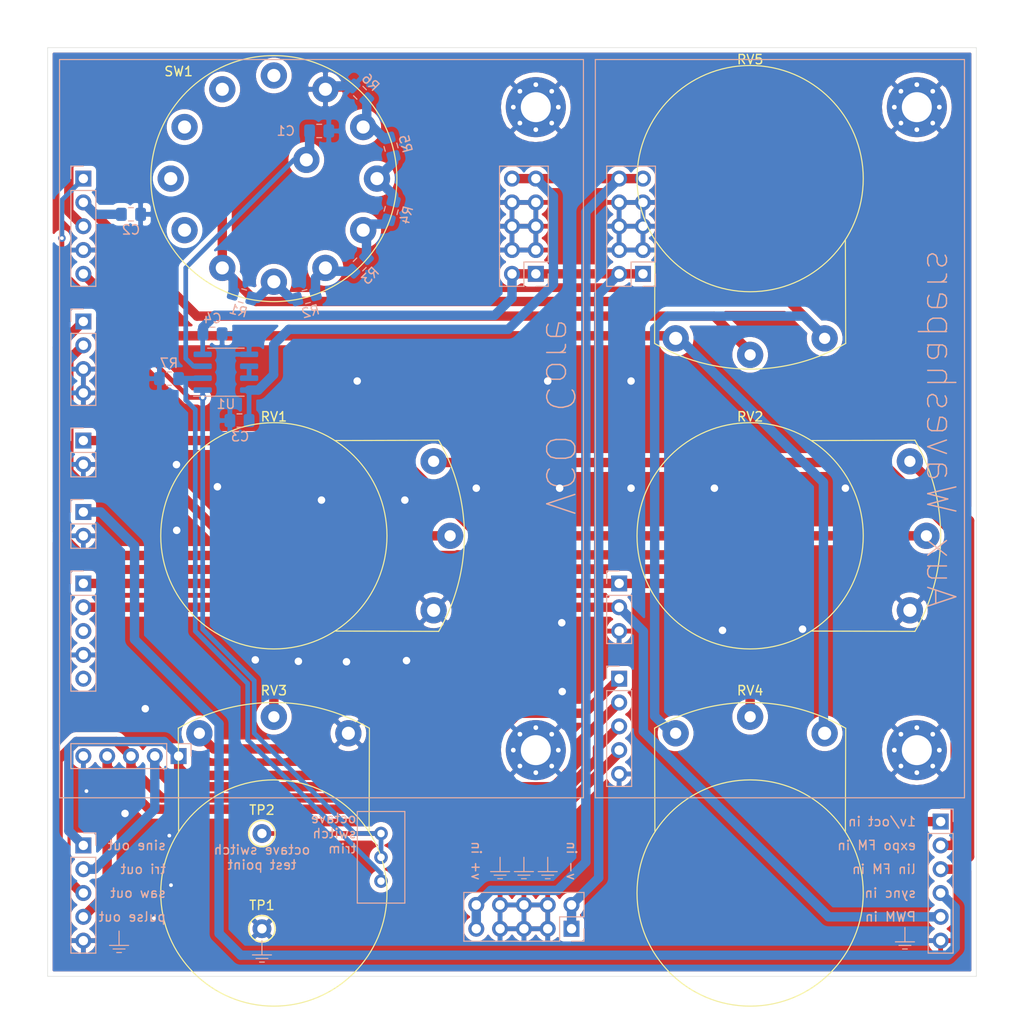
<source format=kicad_pcb>
(kicad_pcb (version 20171130) (host pcbnew 5.1.6-c6e7f7d~86~ubuntu18.04.1)
  (title_block (title "Oscillator Carrier Board") (date 2020-02-02) (rev 1) (comment 1 creativecommons.org/licenses/by/4.0/) (comment 2 "License: CC by 4.0") (comment 3 "Author: Jordan Aceto"))
  (layers (0 F.Cu signal) (31 B.Cu signal) (34 B.Paste user hide) (35 F.Paste user hide) (36 B.SilkS user) (37 F.SilkS user) (38 B.Mask user hide) (39 F.Mask user hide) (44 Edge.Cuts user))
  (net 0 "")
  (net 1 GND)
  (net 2 "Net-(J7-Pad2)")
  (net 3 /VCO_core_components/PWM_in)
  (net 4 /VCO_core_components/sync_in)
  (net 5 /VCO_core_components/lin_FM_in)
  (net 6 /VCO_core_components/expo_FM_in)
  (net 7 /VCO_core_components/1v_oct_in)
  (net 8 /aux_waveshaper_components/pulse_in)
  (net 9 /aux_waveshaper_components/saw_in)
  (net 10 /aux_waveshaper_components/tri_in)
  (net 11 /aux_waveshaper_components/sine_in)
  (net 12 "Net-(J4-Pad2)")
  (net 13 "Net-(J5-Pad1)")
  (net 14 -5V)
  (net 15 +5V)
  (net 16 /aux_waveshaper_components/man_pulse_in)
  (net 17 "Net-(C2-Pad1)")
  (net 18 "Net-(C1-Pad1)")
  (net 19 "Net-(R1-Pad1)")
  (net 20 "Net-(R2-Pad1)")
  (net 21 "Net-(R3-Pad1)")
  (net 22 "Net-(R4-Pad1)")
  (net 23 "Net-(R5-Pad1)")
  (net 24 "Net-(SW1-Pad12)")
  (net 25 "Net-(SW1-Pad11)")
  (net 26 "Net-(SW1-Pad10)")
  (net 27 "Net-(SW1-Pad9)")
  (net 28 "Net-(SW1-Pad8)")
  (net 29 "Net-(U1-Pad6)")
  (net 30 +12V)
  (net 31 -12V)
  (net 32 "Net-(J10-Pad1)")
  (net 33 "Net-(R7-Pad1)")
  (module TestPoint:TestPoint_Keystone_5000-5004_Miniature (layer F.Cu) (at 124.46 134.62)
    (fp_text reference TP2 (at 0 -2.5) (layer F.SilkS))
    (fp_text value TestPoint)
    (pad 1 thru_hole circle (at 0 0) (size 2 2) (drill 1) (layers *.Cu *.Mask) (net 32 "Net-(J10-Pad1)"))
  )
  (module TestPoint:TestPoint_Keystone_5000-5004_Miniature (layer F.Cu) (at 124.46 144.78)
    (fp_text reference TP1 (at 0 -2.5) (layer F.SilkS))
    (fp_text value TestPoint)
    (pad 1 thru_hole circle (at 0 0) (size 2 2) (drill 1) (layers *.Cu *.Mask) (net 1 GND))
  )
  (module kicad_docs:alpha_RV24AF-40 (layer F.Cu) (at 176.53 64.77)
    (fp_text reference RV5 (at 0 -12.7) (layer F.SilkS))
    (fp_text value 100k)
    (pad 1 thru_hole circle (at -7.945223 17.03859) (size 2.8 2.8) (drill 1.4) (layers *.Cu *.Mask) (net 14 -5V))
    (pad 2 thru_hole circle (at 0 18.8) (size 2.8 2.8) (drill 1.2) (layers *.Cu *.Mask) (net 17 "Net-(C2-Pad1)"))
    (pad 3 thru_hole circle (at 7.945223 17.03859) (size 2.8 2.8) (drill 1.2) (layers *.Cu *.Mask) (net 15 +5V))
  )
  (module kicad_docs:alpha_RV24AF-40 (layer F.Cu) (at 176.53 140.97 180)
    (fp_text reference RV4 (at 0 21.59) (layer F.SilkS))
    (fp_text value 100k)
    (pad 1 thru_hole circle (at -7.945223 17.03859 180) (size 2.8 2.8) (drill 1.4) (layers *.Cu *.Mask) (net 14 -5V))
    (pad 2 thru_hole circle (at 0 18.8 180) (size 2.8 2.8) (drill 1.2) (layers *.Cu *.Mask) (net 16 /aux_waveshaper_components/man_pulse_in))
    (pad 3 thru_hole circle (at 7.945223 17.03859 180) (size 2.8 2.8) (drill 1.2) (layers *.Cu *.Mask) (net 15 +5V))
  )
  (module kicad_docs:alpha_RV24AF-40 (layer F.Cu) (at 125.73 140.97 180)
    (fp_text reference RV3 (at 0 21.59) (layer F.SilkS))
    (fp_text value 100k)
    (pad 1 thru_hole circle (at -7.945223 17.03859 180) (size 2.8 2.8) (drill 1.4) (layers *.Cu *.Mask) (net 1 GND))
    (pad 2 thru_hole circle (at 0 18.8 180) (size 2.8 2.8) (drill 1.2) (layers *.Cu *.Mask) (net 2 "Net-(J7-Pad2)"))
    (pad 3 thru_hole circle (at 7.945223 17.03859 180) (size 2.8 2.8) (drill 1.2) (layers *.Cu *.Mask) (net 3 /VCO_core_components/PWM_in))
  )
  (module kicad_docs:alpha_RV24AF-40 (layer F.Cu) (at 176.53 102.87 90)
    (fp_text reference RV2 (at 12.7 0 180) (layer F.SilkS))
    (fp_text value 100k)
    (pad 1 thru_hole circle (at -7.945223 17.03859 90) (size 2.8 2.8) (drill 1.4) (layers *.Cu *.Mask) (net 1 GND))
    (pad 2 thru_hole circle (at 0 18.8 90) (size 2.8 2.8) (drill 1.2) (layers *.Cu *.Mask) (net 13 "Net-(J5-Pad1)"))
    (pad 3 thru_hole circle (at 7.945223 17.03859 90) (size 2.8 2.8) (drill 1.2) (layers *.Cu *.Mask) (net 5 /VCO_core_components/lin_FM_in))
  )
  (module kicad_docs:alpha_RV24AF-40 (layer F.Cu) (at 125.73 102.87 90)
    (fp_text reference RV1 (at 12.7 0 180) (layer F.SilkS))
    (fp_text value 100k)
    (pad 1 thru_hole circle (at -7.945223 17.03859 90) (size 2.8 2.8) (drill 1.4) (layers *.Cu *.Mask) (net 1 GND))
    (pad 2 thru_hole circle (at 0 18.8 90) (size 2.8 2.8) (drill 1.2) (layers *.Cu *.Mask) (net 12 "Net-(J4-Pad2)"))
    (pad 3 thru_hole circle (at 7.945223 17.03859 90) (size 2.8 2.8) (drill 1.2) (layers *.Cu *.Mask) (net 6 /VCO_core_components/expo_FM_in))
  )
  (module Package_SO:SOIC-8_3.9x4.9mm_P1.27mm (layer B.Cu) (at 120.6134 85.4202)
    (fp_text reference U1 (at 0 3.4) (layer B.SilkS) (effects (justify mirror)))
    (fp_text value TL072)
    (pad 8 smd roundrect (at 2.475 1.905) (size 1.95 0.6) (layers B.Cu B.Paste B.Mask) (net 30 +12V))
    (pad 7 smd roundrect (at 2.475 0.635) (size 1.95 0.6) (layers B.Cu B.Paste B.Mask) (net 29 "Net-(U1-Pad6)"))
    (pad 6 smd roundrect (at 2.475 -0.635) (size 1.95 0.6) (layers B.Cu B.Paste B.Mask) (net 29 "Net-(U1-Pad6)"))
    (pad 5 smd roundrect (at 2.475 -1.905) (size 1.95 0.6) (layers B.Cu B.Paste B.Mask) (net 1 GND))
    (pad 4 smd roundrect (at -2.475 -1.905) (size 1.95 0.6) (layers B.Cu B.Paste B.Mask) (net 31 -12V))
    (pad 3 smd roundrect (at -2.475 -0.635) (size 1.95 0.6) (layers B.Cu B.Paste B.Mask) (net 18 "Net-(C1-Pad1)"))
    (pad 2 smd roundrect (at -2.475 0.635) (size 1.95 0.6) (layers B.Cu B.Paste B.Mask) (net 33 "Net-(R7-Pad1)"))
    (pad 1 smd roundrect (at -2.475 1.905) (size 1.95 0.6) (layers B.Cu B.Paste B.Mask) (net 32 "Net-(J10-Pad1)"))
  )
  (module Capacitor_SMD:C_0805_2012Metric_Pad1.15x1.40mm_HandSolder (layer B.Cu) (at 119.1858 81.3308 180)
    (fp_text reference C4 (at 0 1.65) (layer B.SilkS) (effects (justify mirror)))
    (fp_text value 100nF)
    (pad 2 smd roundrect (at 1.025 0 180) (size 1.15 1.4) (layers B.Cu B.Paste B.Mask) (roundrect_rratio 0.217391) (net 31 -12V))
    (pad 1 smd roundrect (at -1.025 0 180) (size 1.15 1.4) (layers B.Cu B.Paste B.Mask) (roundrect_rratio 0.217391) (net 1 GND))
  )
  (module Capacitor_SMD:C_0805_2012Metric_Pad1.15x1.40mm_HandSolder (layer B.Cu) (at 122.0634 90.5764 180)
    (fp_text reference C3 (at -0.0635 -1.7145) (layer B.SilkS) (effects (justify mirror)))
    (fp_text value 100nF)
    (pad 2 smd roundrect (at 1.025 0 180) (size 1.15 1.4) (layers B.Cu B.Paste B.Mask) (roundrect_rratio 0.217391) (net 1 GND))
    (pad 1 smd roundrect (at -1.025 0 180) (size 1.15 1.4) (layers B.Cu B.Paste B.Mask) (roundrect_rratio 0.217391) (net 30 +12V))
  )
  (module Connector_PinHeader_2.54mm:PinHeader_1x06_P2.54mm_Vertical (layer B.Cu) (at 196.85 133.35 180)
    (fp_text reference J1)
    (fp_text value Conn_01x06)
    (pad 6 thru_hole oval (at 0 -12.7 180) (size 1.7 1.7) (drill 1) (layers *.Cu *.Mask) (net 1 GND))
    (pad 5 thru_hole oval (at 0 -10.16 180) (size 1.7 1.7) (drill 1) (layers *.Cu *.Mask) (net 3 /VCO_core_components/PWM_in))
    (pad 4 thru_hole oval (at 0 -7.62 180) (size 1.7 1.7) (drill 1) (layers *.Cu *.Mask) (net 4 /VCO_core_components/sync_in))
    (pad 3 thru_hole oval (at 0 -5.08 180) (size 1.7 1.7) (drill 1) (layers *.Cu *.Mask) (net 5 /VCO_core_components/lin_FM_in))
    (pad 2 thru_hole oval (at 0 -2.54 180) (size 1.7 1.7) (drill 1) (layers *.Cu *.Mask) (net 6 /VCO_core_components/expo_FM_in))
    (pad 1 thru_hole rect (at 0 0 180) (size 1.7 1.7) (drill 1) (layers *.Cu *.Mask) (net 7 /VCO_core_components/1v_oct_in))
  )
  (module kicad_docs:apha_SR2612F-0112 (layer F.Cu) (at 125.73 64.77)
    (fp_text reference SW1 (at -10.16 -11.43) (layer F.SilkS))
    (fp_text value octave_switch)
    (pad 13 thru_hole oval (at 3.464102 -2) (size 2.8 2.8) (drill 1.4) (layers *.Cu *.Mask) (net 18 "Net-(C1-Pad1)"))
    (pad 12 thru_hole oval (at 0 -11) (size 2.8 2.8) (drill 1.4) (layers *.Cu *.Mask) (net 24 "Net-(SW1-Pad12)"))
    (pad 11 thru_hole oval (at -5.5 -9.526279) (size 2.8 2.8) (drill 1.4) (layers *.Cu *.Mask) (net 25 "Net-(SW1-Pad11)"))
    (pad 10 thru_hole oval (at -9.526279 -5.5) (size 2.8 2.8) (drill 1.4) (layers *.Cu *.Mask) (net 26 "Net-(SW1-Pad10)"))
    (pad 9 thru_hole oval (at -11 0) (size 2.8 2.8) (drill 1.4) (layers *.Cu *.Mask) (net 27 "Net-(SW1-Pad9)"))
    (pad 8 thru_hole oval (at -9.526279 5.5) (size 2.8 2.8) (drill 1.4) (layers *.Cu *.Mask) (net 28 "Net-(SW1-Pad8)"))
    (pad 7 thru_hole oval (at -5.5 9.526279) (size 2.8 2.8) (drill 1.4) (layers *.Cu *.Mask) (net 15 +5V))
    (pad 6 thru_hole oval (at 0 11) (size 2.8 2.8) (drill 1.4) (layers *.Cu *.Mask) (net 19 "Net-(R1-Pad1)"))
    (pad 5 thru_hole oval (at 5.499999 9.526279) (size 2.8 2.8) (drill 1.4) (layers *.Cu *.Mask) (net 20 "Net-(R2-Pad1)"))
    (pad 4 thru_hole oval (at 9.526279 5.499999) (size 2.8 2.8) (drill 1.4) (layers *.Cu *.Mask) (net 21 "Net-(R3-Pad1)"))
    (pad 3 thru_hole oval (at 11 0) (size 2.8 2.8) (drill 1.4) (layers *.Cu *.Mask) (net 22 "Net-(R4-Pad1)"))
    (pad 2 thru_hole oval (at 9.526279 -5.5) (size 2.8 2.8) (drill 1.4) (layers *.Cu *.Mask) (net 23 "Net-(R5-Pad1)"))
    (pad 1 thru_hole oval (at 5.499999 -9.526279) (size 2.8 2.8) (drill 1.4) (layers *.Cu *.Mask) (net 1 GND))
  )
  (module Resistor_SMD:R_0805_2012Metric_Pad1.15x1.40mm_HandSolder (layer B.Cu) (at 114.545 86.106 180)
    (fp_text reference R7 (at 0 1.65) (layer B.SilkS) (effects (justify mirror)))
    (fp_text value ???)
    (pad 2 smd roundrect (at 1.025 0 180) (size 1.15 1.4) (layers B.Cu B.Paste B.Mask) (roundrect_rratio 0.217391) (net 1 GND))
    (pad 1 smd roundrect (at -1.025 0 180) (size 1.15 1.4) (layers B.Cu B.Paste B.Mask) (roundrect_rratio 0.217391) (net 33 "Net-(R7-Pad1)"))
  )
  (module Resistor_SMD:R_0805_2012Metric_Pad1.15x1.40mm_HandSolder (layer B.Cu) (at 134.911216 55.612416 315)
    (fp_text reference R6 (at 0.019211 -1.580525 315) (layer B.SilkS) (effects (justify mirror)))
    (fp_text value 10k)
    (pad 2 smd roundrect (at 1.025 0 315) (size 1.15 1.4) (layers B.Cu B.Paste B.Mask) (roundrect_rratio 0.217391) (net 23 "Net-(R5-Pad1)"))
    (pad 1 smd roundrect (at -1.025 0 315) (size 1.15 1.4) (layers B.Cu B.Paste B.Mask) (roundrect_rratio 0.217391) (net 1 GND))
  )
  (module Resistor_SMD:R_0805_2012Metric_Pad1.15x1.40mm_HandSolder (layer B.Cu) (at 138.2268 61.4172 285)
    (fp_text reference R5 (at 0.050957 -1.564107 105) (layer B.SilkS) (effects (justify mirror)))
    (fp_text value 10k)
    (pad 2 smd roundrect (at 1.025 0 285) (size 1.15 1.4) (layers B.Cu B.Paste B.Mask) (roundrect_rratio 0.217391) (net 22 "Net-(R4-Pad1)"))
    (pad 1 smd roundrect (at -1.025 0 285) (size 1.15 1.4) (layers B.Cu B.Paste B.Mask) (roundrect_rratio 0.217391) (net 23 "Net-(R5-Pad1)"))
  )
  (module Resistor_SMD:R_0805_2012Metric_Pad1.15x1.40mm_HandSolder (layer B.Cu) (at 138.23809 68.174126 255)
    (fp_text reference R4 (at 0.04126 -1.708608 75) (layer B.SilkS) (effects (justify mirror)))
    (fp_text value 10k)
    (pad 2 smd roundrect (at 1.025 0 255) (size 1.15 1.4) (layers B.Cu B.Paste B.Mask) (roundrect_rratio 0.217391) (net 21 "Net-(R3-Pad1)"))
    (pad 1 smd roundrect (at -1.025 0 255) (size 1.15 1.4) (layers B.Cu B.Paste B.Mask) (roundrect_rratio 0.217391) (net 22 "Net-(R4-Pad1)"))
  )
  (module Resistor_SMD:R_0805_2012Metric_Pad1.15x1.40mm_HandSolder (layer B.Cu) (at 134.887584 73.925816 225)
    (fp_text reference R3 (at 0.055132 -1.652367 45) (layer B.SilkS) (effects (justify mirror)))
    (fp_text value 10k)
    (pad 2 smd roundrect (at 1.025 0 225) (size 1.15 1.4) (layers B.Cu B.Paste B.Mask) (roundrect_rratio 0.217391) (net 20 "Net-(R2-Pad1)"))
    (pad 1 smd roundrect (at -1.025 0 225) (size 1.15 1.4) (layers B.Cu B.Paste B.Mask) (roundrect_rratio 0.217391) (net 21 "Net-(R3-Pad1)"))
  )
  (module Resistor_SMD:R_0805_2012Metric_Pad1.15x1.40mm_HandSolder (layer B.Cu) (at 129.183874 77.35711 195)
    (fp_text reference R2 (at -0.031619 -1.650514 15) (layer B.SilkS) (effects (justify mirror)))
    (fp_text value 10k)
    (pad 2 smd roundrect (at 1.025 0 195) (size 1.15 1.4) (layers B.Cu B.Paste B.Mask) (roundrect_rratio 0.217391) (net 19 "Net-(R1-Pad1)"))
    (pad 1 smd roundrect (at -1.025 0 195) (size 1.15 1.4) (layers B.Cu B.Paste B.Mask) (roundrect_rratio 0.217391) (net 20 "Net-(R2-Pad1)"))
  )
  (module Resistor_SMD:R_0805_2012Metric_Pad1.15x1.40mm_HandSolder (layer B.Cu) (at 122.377726 77.28091 165)
    (fp_text reference R1 (at 0.009613 -1.637587 165) (layer B.SilkS) (effects (justify mirror)))
    (fp_text value 10k)
    (pad 2 smd roundrect (at 1.025 0 165) (size 1.15 1.4) (layers B.Cu B.Paste B.Mask) (roundrect_rratio 0.217391) (net 15 +5V))
    (pad 1 smd roundrect (at -1.025 0 165) (size 1.15 1.4) (layers B.Cu B.Paste B.Mask) (roundrect_rratio 0.217391) (net 19 "Net-(R1-Pad1)"))
  )
  (module Capacitor_SMD:C_0805_2012Metric_Pad1.15x1.40mm_HandSolder (layer B.Cu) (at 110.49 68.58)
    (fp_text reference C2 (at 0 1.65) (layer B.SilkS) (effects (justify mirror)))
    (fp_text value 100nF)
    (pad 2 smd roundrect (at 1.025 0) (size 1.15 1.4) (layers B.Cu B.Paste B.Mask) (roundrect_rratio 0.217391) (net 1 GND))
    (pad 1 smd roundrect (at -1.025 0) (size 1.15 1.4) (layers B.Cu B.Paste B.Mask) (roundrect_rratio 0.217391) (net 17 "Net-(C2-Pad1)"))
  )
  (module Capacitor_SMD:C_0805_2012Metric_Pad1.15x1.40mm_HandSolder (layer B.Cu) (at 130.565 59.69)
    (fp_text reference C1 (at -3.565 0) (layer B.SilkS) (effects (justify mirror)))
    (fp_text value 100nF)
    (pad 2 smd roundrect (at 1.025 0) (size 1.15 1.4) (layers B.Cu B.Paste B.Mask) (roundrect_rratio 0.217391) (net 1 GND))
    (pad 1 smd roundrect (at -1.025 0) (size 1.15 1.4) (layers B.Cu B.Paste B.Mask) (roundrect_rratio 0.217391) (net 18 "Net-(C1-Pad1)"))
  )
  (module MountingHole:MountingHole_3.2mm_M3_Pad_Via (layer F.Cu) (at 194.31 125.73)
    (fp_text reference H4)
    (fp_text value MountingHole_Pad)
    (pad 1 thru_hole circle (at 1.697056 -1.697056) (size 0.8 0.8) (drill 0.5) (layers *.Cu *.Mask) (net 1 GND))
    (pad 1 thru_hole circle (at 0 -2.4) (size 0.8 0.8) (drill 0.5) (layers *.Cu *.Mask) (net 1 GND))
    (pad 1 thru_hole circle (at -1.697056 -1.697056) (size 0.8 0.8) (drill 0.5) (layers *.Cu *.Mask) (net 1 GND))
    (pad 1 thru_hole circle (at -2.4 0) (size 0.8 0.8) (drill 0.5) (layers *.Cu *.Mask) (net 1 GND))
    (pad 1 thru_hole circle (at -1.697056 1.697056) (size 0.8 0.8) (drill 0.5) (layers *.Cu *.Mask) (net 1 GND))
    (pad 1 thru_hole circle (at 0 2.4) (size 0.8 0.8) (drill 0.5) (layers *.Cu *.Mask) (net 1 GND))
    (pad 1 thru_hole circle (at 1.697056 1.697056) (size 0.8 0.8) (drill 0.5) (layers *.Cu *.Mask) (net 1 GND))
    (pad 1 thru_hole circle (at 2.4 0) (size 0.8 0.8) (drill 0.5) (layers *.Cu *.Mask) (net 1 GND))
    (pad 1 thru_hole circle (at 0 0) (size 6.4 6.4) (drill 3.2) (layers *.Cu *.Mask) (net 1 GND))
  )
  (module MountingHole:MountingHole_3.2mm_M3_Pad_Via (layer F.Cu) (at 194.31 57.15)
    (fp_text reference H3)
    (fp_text value MountingHole_Pad)
    (pad 1 thru_hole circle (at 1.697056 -1.697056) (size 0.8 0.8) (drill 0.5) (layers *.Cu *.Mask) (net 1 GND))
    (pad 1 thru_hole circle (at 0 -2.4) (size 0.8 0.8) (drill 0.5) (layers *.Cu *.Mask) (net 1 GND))
    (pad 1 thru_hole circle (at -1.697056 -1.697056) (size 0.8 0.8) (drill 0.5) (layers *.Cu *.Mask) (net 1 GND))
    (pad 1 thru_hole circle (at -2.4 0) (size 0.8 0.8) (drill 0.5) (layers *.Cu *.Mask) (net 1 GND))
    (pad 1 thru_hole circle (at -1.697056 1.697056) (size 0.8 0.8) (drill 0.5) (layers *.Cu *.Mask) (net 1 GND))
    (pad 1 thru_hole circle (at 0 2.4) (size 0.8 0.8) (drill 0.5) (layers *.Cu *.Mask) (net 1 GND))
    (pad 1 thru_hole circle (at 1.697056 1.697056) (size 0.8 0.8) (drill 0.5) (layers *.Cu *.Mask) (net 1 GND))
    (pad 1 thru_hole circle (at 2.4 0) (size 0.8 0.8) (drill 0.5) (layers *.Cu *.Mask) (net 1 GND))
    (pad 1 thru_hole circle (at 0 0) (size 6.4 6.4) (drill 3.2) (layers *.Cu *.Mask) (net 1 GND))
  )
  (module Connector_PinSocket_2.54mm:PinSocket_2x05_P2.54mm_Vertical (layer B.Cu) (at 165.1 74.93)
    (fp_text reference J13)
    (fp_text value power_header)
    (pad 10 thru_hole oval (at -2.54 -10.16) (size 1.7 1.7) (drill 1) (layers *.Cu *.Mask) (net 30 +12V))
    (pad 9 thru_hole oval (at 0 -10.16) (size 1.7 1.7) (drill 1) (layers *.Cu *.Mask) (net 30 +12V))
    (pad 8 thru_hole oval (at -2.54 -7.62) (size 1.7 1.7) (drill 1) (layers *.Cu *.Mask) (net 1 GND))
    (pad 7 thru_hole oval (at 0 -7.62) (size 1.7 1.7) (drill 1) (layers *.Cu *.Mask) (net 1 GND))
    (pad 6 thru_hole oval (at -2.54 -5.08) (size 1.7 1.7) (drill 1) (layers *.Cu *.Mask) (net 1 GND))
    (pad 5 thru_hole oval (at 0 -5.08) (size 1.7 1.7) (drill 1) (layers *.Cu *.Mask) (net 1 GND))
    (pad 4 thru_hole oval (at -2.54 -2.54) (size 1.7 1.7) (drill 1) (layers *.Cu *.Mask) (net 1 GND))
    (pad 3 thru_hole oval (at 0 -2.54) (size 1.7 1.7) (drill 1) (layers *.Cu *.Mask) (net 1 GND))
    (pad 2 thru_hole oval (at -2.54 0) (size 1.7 1.7) (drill 1) (layers *.Cu *.Mask) (net 31 -12V))
    (pad 1 thru_hole rect (at 0 0) (size 1.7 1.7) (drill 1) (layers *.Cu *.Mask) (net 31 -12V))
  )
  (module Connector_PinSocket_2.54mm:PinSocket_1x03_P2.54mm_Vertical (layer B.Cu) (at 162.56 107.95 180)
    (fp_text reference J12)
    (fp_text value Conn_01x03)
    (pad 3 thru_hole oval (at 0 -5.08 180) (size 1.7 1.7) (drill 1) (layers *.Cu *.Mask) (net 1 GND))
    (pad 2 thru_hole oval (at 0 -2.54 180) (size 1.7 1.7) (drill 1) (layers *.Cu *.Mask) (net 3 /VCO_core_components/PWM_in))
    (pad 1 thru_hole rect (at 0 0 180) (size 1.7 1.7) (drill 1) (layers *.Cu *.Mask) (net 16 /aux_waveshaper_components/man_pulse_in))
  )
  (module Connector_PinSocket_2.54mm:PinSocket_1x05_P2.54mm_Vertical (layer B.Cu) (at 162.56 118.11 180)
    (fp_text reference J11)
    (fp_text value Conn_01x05)
    (pad 5 thru_hole oval (at 0 -10.16 180) (size 1.7 1.7) (drill 1) (layers *.Cu *.Mask) (net 1 GND))
    (pad 4 thru_hole oval (at 0 -7.62 180) (size 1.7 1.7) (drill 1) (layers *.Cu *.Mask) (net 8 /aux_waveshaper_components/pulse_in))
    (pad 3 thru_hole oval (at 0 -5.08 180) (size 1.7 1.7) (drill 1) (layers *.Cu *.Mask) (net 9 /aux_waveshaper_components/saw_in))
    (pad 2 thru_hole oval (at 0 -2.54 180) (size 1.7 1.7) (drill 1) (layers *.Cu *.Mask) (net 10 /aux_waveshaper_components/tri_in))
    (pad 1 thru_hole rect (at 0 0 180) (size 1.7 1.7) (drill 1) (layers *.Cu *.Mask) (net 11 /aux_waveshaper_components/sine_in))
  )
  (module Connector_PinHeader_2.54mm:PinHeader_2x05_P2.54mm_Vertical (layer B.Cu) (at 157.48 144.78 90)
    (fp_text reference J3)
    (fp_text value power_header)
    (pad 10 thru_hole oval (at 2.54 -10.16 90) (size 1.7 1.7) (drill 1) (layers *.Cu *.Mask) (net 30 +12V))
    (pad 9 thru_hole oval (at 0 -10.16 90) (size 1.7 1.7) (drill 1) (layers *.Cu *.Mask) (net 30 +12V))
    (pad 8 thru_hole oval (at 2.54 -7.62 90) (size 1.7 1.7) (drill 1) (layers *.Cu *.Mask) (net 1 GND))
    (pad 7 thru_hole oval (at 0 -7.62 90) (size 1.7 1.7) (drill 1) (layers *.Cu *.Mask) (net 1 GND))
    (pad 6 thru_hole oval (at 2.54 -5.08 90) (size 1.7 1.7) (drill 1) (layers *.Cu *.Mask) (net 1 GND))
    (pad 5 thru_hole oval (at 0 -5.08 90) (size 1.7 1.7) (drill 1) (layers *.Cu *.Mask) (net 1 GND))
    (pad 4 thru_hole oval (at 2.54 -2.54 90) (size 1.7 1.7) (drill 1) (layers *.Cu *.Mask) (net 1 GND))
    (pad 3 thru_hole oval (at 0 -2.54 90) (size 1.7 1.7) (drill 1) (layers *.Cu *.Mask) (net 1 GND))
    (pad 2 thru_hole oval (at 2.54 0 90) (size 1.7 1.7) (drill 1) (layers *.Cu *.Mask) (net 31 -12V))
    (pad 1 thru_hole rect (at 0 0 90) (size 1.7 1.7) (drill 1) (layers *.Cu *.Mask) (net 31 -12V))
  )
  (module Connector_PinHeader_2.54mm:PinHeader_1x05_P2.54mm_Vertical (layer B.Cu) (at 105.41 135.89 180)
    (fp_text reference J2)
    (fp_text value Conn_01x05)
    (pad 5 thru_hole oval (at 0 -10.16 180) (size 1.7 1.7) (drill 1) (layers *.Cu *.Mask) (net 1 GND))
    (pad 4 thru_hole oval (at 0 -7.62 180) (size 1.7 1.7) (drill 1) (layers *.Cu *.Mask) (net 8 /aux_waveshaper_components/pulse_in))
    (pad 3 thru_hole oval (at 0 -5.08 180) (size 1.7 1.7) (drill 1) (layers *.Cu *.Mask) (net 9 /aux_waveshaper_components/saw_in))
    (pad 2 thru_hole oval (at 0 -2.54 180) (size 1.7 1.7) (drill 1) (layers *.Cu *.Mask) (net 10 /aux_waveshaper_components/tri_in))
    (pad 1 thru_hole rect (at 0 0 180) (size 1.7 1.7) (drill 1) (layers *.Cu *.Mask) (net 11 /aux_waveshaper_components/sine_in))
  )
  (module MountingHole:MountingHole_3.2mm_M3_Pad_Via (layer F.Cu) (at 153.67 125.73)
    (fp_text reference H2)
    (fp_text value MountingHole_Pad)
    (pad 1 thru_hole circle (at 1.697056 -1.697056) (size 0.8 0.8) (drill 0.5) (layers *.Cu *.Mask) (net 1 GND))
    (pad 1 thru_hole circle (at 0 -2.4) (size 0.8 0.8) (drill 0.5) (layers *.Cu *.Mask) (net 1 GND))
    (pad 1 thru_hole circle (at -1.697056 -1.697056) (size 0.8 0.8) (drill 0.5) (layers *.Cu *.Mask) (net 1 GND))
    (pad 1 thru_hole circle (at -2.4 0) (size 0.8 0.8) (drill 0.5) (layers *.Cu *.Mask) (net 1 GND))
    (pad 1 thru_hole circle (at -1.697056 1.697056) (size 0.8 0.8) (drill 0.5) (layers *.Cu *.Mask) (net 1 GND))
    (pad 1 thru_hole circle (at 0 2.4) (size 0.8 0.8) (drill 0.5) (layers *.Cu *.Mask) (net 1 GND))
    (pad 1 thru_hole circle (at 1.697056 1.697056) (size 0.8 0.8) (drill 0.5) (layers *.Cu *.Mask) (net 1 GND))
    (pad 1 thru_hole circle (at 2.4 0) (size 0.8 0.8) (drill 0.5) (layers *.Cu *.Mask) (net 1 GND))
    (pad 1 thru_hole circle (at 0 0) (size 6.4 6.4) (drill 3.2) (layers *.Cu *.Mask) (net 1 GND))
  )
  (module MountingHole:MountingHole_3.2mm_M3_Pad_Via (layer F.Cu) (at 153.67 57.15)
    (fp_text reference H1)
    (fp_text value MountingHole_Pad)
    (pad 1 thru_hole circle (at 1.697056 -1.697056) (size 0.8 0.8) (drill 0.5) (layers *.Cu *.Mask) (net 1 GND))
    (pad 1 thru_hole circle (at 0 -2.4) (size 0.8 0.8) (drill 0.5) (layers *.Cu *.Mask) (net 1 GND))
    (pad 1 thru_hole circle (at -1.697056 -1.697056) (size 0.8 0.8) (drill 0.5) (layers *.Cu *.Mask) (net 1 GND))
    (pad 1 thru_hole circle (at -2.4 0) (size 0.8 0.8) (drill 0.5) (layers *.Cu *.Mask) (net 1 GND))
    (pad 1 thru_hole circle (at -1.697056 1.697056) (size 0.8 0.8) (drill 0.5) (layers *.Cu *.Mask) (net 1 GND))
    (pad 1 thru_hole circle (at 0 2.4) (size 0.8 0.8) (drill 0.5) (layers *.Cu *.Mask) (net 1 GND))
    (pad 1 thru_hole circle (at 1.697056 1.697056) (size 0.8 0.8) (drill 0.5) (layers *.Cu *.Mask) (net 1 GND))
    (pad 1 thru_hole circle (at 2.4 0) (size 0.8 0.8) (drill 0.5) (layers *.Cu *.Mask) (net 1 GND))
    (pad 1 thru_hole circle (at 0 0) (size 6.4 6.4) (drill 3.2) (layers *.Cu *.Mask) (net 1 GND))
  )
  (module Potentiometer_THT:Potentiometer_Bourns_3296W_Vertical (layer B.Cu) (at 137.16 139.7 270)
    (fp_text reference RV6)
    (fp_text value ???)
    (pad 3 thru_hole circle (at -5.08 0 270) (size 1.44 1.44) (drill 0.8) (layers *.Cu *.Mask) (net 32 "Net-(J10-Pad1)"))
    (pad 2 thru_hole circle (at -2.54 0 270) (size 1.44 1.44) (drill 0.8) (layers *.Cu *.Mask) (net 32 "Net-(J10-Pad1)"))
    (pad 1 thru_hole circle (at 0 0 270) (size 1.44 1.44) (drill 0.8) (layers *.Cu *.Mask) (net 33 "Net-(R7-Pad1)"))
  )
  (module Connector_PinSocket_2.54mm:PinSocket_1x05_P2.54mm_Vertical (layer B.Cu) (at 105.41 64.77 180)
    (fp_text reference J10)
    (fp_text value Conn_01x05)
    (pad 5 thru_hole oval (at 0 -10.16 180) (size 1.7 1.7) (drill 1) (layers *.Cu *.Mask) (net 14 -5V))
    (pad 4 thru_hole oval (at 0 -7.62 180) (size 1.7 1.7) (drill 1) (layers *.Cu *.Mask) (net 1 GND))
    (pad 3 thru_hole oval (at 0 -5.08 180) (size 1.7 1.7) (drill 1) (layers *.Cu *.Mask) (net 15 +5V))
    (pad 2 thru_hole oval (at 0 -2.54 180) (size 1.7 1.7) (drill 1) (layers *.Cu *.Mask) (net 17 "Net-(C2-Pad1)"))
    (pad 1 thru_hole rect (at 0 0 180) (size 1.7 1.7) (drill 1) (layers *.Cu *.Mask) (net 32 "Net-(J10-Pad1)"))
  )
  (module Connector_PinSocket_2.54mm:PinSocket_1x05_P2.54mm_Vertical (layer B.Cu) (at 115.57 126.365 90)
    (fp_text reference J9)
    (fp_text value to_VCO_board)
    (pad 5 thru_hole oval (at 0 -10.16 90) (size 1.7 1.7) (drill 1) (layers *.Cu *.Mask) (net 1 GND))
    (pad 4 thru_hole oval (at 0 -7.62 90) (size 1.7 1.7) (drill 1) (layers *.Cu *.Mask) (net 8 /aux_waveshaper_components/pulse_in))
    (pad 3 thru_hole oval (at 0 -5.08 90) (size 1.7 1.7) (drill 1) (layers *.Cu *.Mask) (net 9 /aux_waveshaper_components/saw_in))
    (pad 2 thru_hole oval (at 0 -2.54 90) (size 1.7 1.7) (drill 1) (layers *.Cu *.Mask) (net 10 /aux_waveshaper_components/tri_in))
    (pad 1 thru_hole rect (at 0 0 90) (size 1.7 1.7) (drill 1) (layers *.Cu *.Mask) (net 11 /aux_waveshaper_components/sine_in))
  )
  (module Connector_PinSocket_2.54mm:PinSocket_2x05_P2.54mm_Vertical (layer B.Cu) (at 153.67 74.93)
    (fp_text reference J8)
    (fp_text value power_header)
    (pad 10 thru_hole oval (at -2.54 -10.16) (size 1.7 1.7) (drill 1) (layers *.Cu *.Mask) (net 30 +12V))
    (pad 9 thru_hole oval (at 0 -10.16) (size 1.7 1.7) (drill 1) (layers *.Cu *.Mask) (net 30 +12V))
    (pad 8 thru_hole oval (at -2.54 -7.62) (size 1.7 1.7) (drill 1) (layers *.Cu *.Mask) (net 1 GND))
    (pad 7 thru_hole oval (at 0 -7.62) (size 1.7 1.7) (drill 1) (layers *.Cu *.Mask) (net 1 GND))
    (pad 6 thru_hole oval (at -2.54 -5.08) (size 1.7 1.7) (drill 1) (layers *.Cu *.Mask) (net 1 GND))
    (pad 5 thru_hole oval (at 0 -5.08) (size 1.7 1.7) (drill 1) (layers *.Cu *.Mask) (net 1 GND))
    (pad 4 thru_hole oval (at -2.54 -2.54) (size 1.7 1.7) (drill 1) (layers *.Cu *.Mask) (net 1 GND))
    (pad 3 thru_hole oval (at 0 -2.54) (size 1.7 1.7) (drill 1) (layers *.Cu *.Mask) (net 1 GND))
    (pad 2 thru_hole oval (at -2.54 0) (size 1.7 1.7) (drill 1) (layers *.Cu *.Mask) (net 31 -12V))
    (pad 1 thru_hole rect (at 0 0) (size 1.7 1.7) (drill 1) (layers *.Cu *.Mask) (net 31 -12V))
  )
  (module Connector_PinSocket_2.54mm:PinSocket_1x05_P2.54mm_Vertical (layer B.Cu) (at 105.41 107.95 180)
    (fp_text reference J7)
    (fp_text value Conn_01x05)
    (pad 5 thru_hole oval (at 0 -10.16 180) (size 1.7 1.7) (drill 1) (layers *.Cu *.Mask) (net 14 -5V))
    (pad 4 thru_hole oval (at 0 -7.62 180) (size 1.7 1.7) (drill 1) (layers *.Cu *.Mask) (net 1 GND))
    (pad 3 thru_hole oval (at 0 -5.08 180) (size 1.7 1.7) (drill 1) (layers *.Cu *.Mask) (net 15 +5V))
    (pad 2 thru_hole oval (at 0 -2.54 180) (size 1.7 1.7) (drill 1) (layers *.Cu *.Mask) (net 2 "Net-(J7-Pad2)"))
    (pad 1 thru_hole rect (at 0 0 180) (size 1.7 1.7) (drill 1) (layers *.Cu *.Mask) (net 16 /aux_waveshaper_components/man_pulse_in))
  )
  (module Connector_PinSocket_2.54mm:PinSocket_1x02_P2.54mm_Vertical (layer B.Cu) (at 105.41 100.33 180)
    (fp_text reference J6)
    (fp_text value Conn_01x02)
    (pad 2 thru_hole oval (at 0 -2.54 180) (size 1.7 1.7) (drill 1) (layers *.Cu *.Mask) (net 1 GND))
    (pad 1 thru_hole rect (at 0 0 180) (size 1.7 1.7) (drill 1) (layers *.Cu *.Mask) (net 4 /VCO_core_components/sync_in))
  )
  (module Connector_PinSocket_2.54mm:PinSocket_1x02_P2.54mm_Vertical (layer B.Cu) (at 105.41 92.71 180)
    (fp_text reference J5)
    (fp_text value Conn_01x02)
    (pad 2 thru_hole oval (at 0 -2.54 180) (size 1.7 1.7) (drill 1) (layers *.Cu *.Mask) (net 1 GND))
    (pad 1 thru_hole rect (at 0 0 180) (size 1.7 1.7) (drill 1) (layers *.Cu *.Mask) (net 13 "Net-(J5-Pad1)"))
  )
  (module Connector_PinSocket_2.54mm:PinSocket_1x04_P2.54mm_Vertical (layer B.Cu) (at 105.41 80.01 180)
    (fp_text reference J4)
    (fp_text value Conn_01x04)
    (pad 4 thru_hole oval (at 0 -7.62 180) (size 1.7 1.7) (drill 1) (layers *.Cu *.Mask) (net 1 GND))
    (pad 3 thru_hole oval (at 0 -5.08 180) (size 1.7 1.7) (drill 1) (layers *.Cu *.Mask) (net 1 GND))
    (pad 2 thru_hole oval (at 0 -2.54 180) (size 1.7 1.7) (drill 1) (layers *.Cu *.Mask) (net 12 "Net-(J4-Pad2)"))
    (pad 1 thru_hole rect (at 0 0 180) (size 1.7 1.7) (drill 1) (layers *.Cu *.Mask) (net 7 /VCO_core_components/1v_oct_in))
  )
  (gr_line (start 123.444 147.574) (end 125.476 147.574) (layer B.SilkS) (width 0.12))
  (gr_line (start 124.46 147.574) (end 124.46 146.05) (layer B.SilkS) (width 0.12))
  (gr_line (start 123.825 147.955) (end 125.095 147.955) (layer B.SilkS) (width 0.12))
  (gr_line (start 124.206 148.336) (end 124.714 148.336) (layer B.SilkS) (width 0.12))
  (gr_text "octave switch\ntest point" (at 124.46 137.16) (layer B.SilkS) (effects (font (size 1 1)) (justify mirror)))
  (gr_text "pulse out" (at 114.3 143.51) (layer B.SilkS) (effects (font (size 1 1)) (justify left mirror)))
  (gr_text "octave \nswitch \ntrim" (at 134.62 134.62) (layer B.SilkS) (effects (font (size 1 1)) (justify left mirror)))
  (gr_text "v+ in" (at 147.32 139.7 270) (layer B.SilkS) (effects (font (size 1 1)) (justify left mirror)))
  (gr_text "v- in" (at 157.48 139.7 270) (layer B.SilkS) (effects (font (size 1 1)) (justify left mirror)))
  (gr_line (start 149.225 139.065) (end 150.495 139.065) (layer B.SilkS) (width 0.12))
  (gr_line (start 149.606 139.446) (end 150.114 139.446) (layer B.SilkS) (width 0.12))
  (gr_line (start 149.86 138.684) (end 149.86 137.16) (layer B.SilkS) (width 0.12))
  (gr_line (start 148.844 138.684) (end 150.876 138.684) (layer B.SilkS) (width 0.12))
  (gr_line (start 151.765 139.065) (end 153.035 139.065) (layer B.SilkS) (width 0.12))
  (gr_line (start 152.146 139.446) (end 152.654 139.446) (layer B.SilkS) (width 0.12))
  (gr_line (start 152.4 138.684) (end 152.4 137.16) (layer B.SilkS) (width 0.12))
  (gr_line (start 151.384 138.684) (end 153.416 138.684) (layer B.SilkS) (width 0.12))
  (gr_line (start 154.305 139.065) (end 155.575 139.065) (layer B.SilkS) (width 0.12))
  (gr_line (start 154.686 139.446) (end 155.194 139.446) (layer B.SilkS) (width 0.12))
  (gr_line (start 154.94 138.684) (end 154.94 137.16) (layer B.SilkS) (width 0.12))
  (gr_line (start 153.924 138.684) (end 155.956 138.684) (layer B.SilkS) (width 0.12))
  (gr_text "PWM in" (at 194.31 143.51) (layer B.SilkS) (effects (font (size 1 1)) (justify left mirror)))
  (gr_text "sync in" (at 194.31 140.97) (layer B.SilkS) (effects (font (size 1 1)) (justify left mirror)))
  (gr_text "lin FM in" (at 194.31 138.43) (layer B.SilkS) (effects (font (size 1 1)) (justify left mirror)))
  (gr_text "expo FM in" (at 194.31 135.89) (layer B.SilkS) (effects (font (size 1 1)) (justify left mirror)))
  (gr_text "1v/oct in" (at 194.31 133.35) (layer B.SilkS) (effects (font (size 1 1)) (justify left mirror)))
  (gr_line (start 193.04 146.177) (end 193.04 144.653) (layer B.SilkS) (width 0.12))
  (gr_line (start 192.024 146.177) (end 194.056 146.177) (layer B.SilkS) (width 0.12))
  (gr_line (start 192.786 146.939) (end 193.294 146.939) (layer B.SilkS) (width 0.12))
  (gr_line (start 192.405 146.558) (end 193.675 146.558) (layer B.SilkS) (width 0.12))
  (gr_line (start 108.966 147.32) (end 109.474 147.32) (layer B.SilkS) (width 0.12))
  (gr_line (start 108.585 146.939) (end 109.855 146.939) (layer B.SilkS) (width 0.12))
  (gr_line (start 109.22 146.558) (end 109.22 145.034) (layer B.SilkS) (width 0.12))
  (gr_line (start 108.204 146.558) (end 110.236 146.558) (layer B.SilkS) (width 0.12))
  (gr_text "saw out" (at 114.3 140.97) (layer B.SilkS) (effects (font (size 1 1)) (justify left mirror)))
  (gr_text "tri out" (at 114.3 138.43) (layer B.SilkS) (effects (font (size 1 1)) (justify left mirror)))
  (gr_text "sine out" (at 114.3 135.89) (layer B.SilkS) (effects (font (size 1 1)) (justify left mirror)))
  (gr_text "Aux Waveshapers" (at 196.85 91.44 270) (layer B.SilkS) (effects (font (size 3 3)) (justify mirror)))
  (gr_text "VCO Core" (at 156.21 90.17 270) (layer B.SilkS) (effects (font (size 3 3)) (justify mirror)))
  (gr_line (start 199.39 52.07) (end 160.02 52.07) (layer B.SilkS) (width 0.12))
  (gr_line (start 199.39 130.81) (end 199.39 52.07) (layer B.SilkS) (width 0.12))
  (gr_line (start 160.02 130.81) (end 199.39 130.81) (layer B.SilkS) (width 0.12))
  (gr_line (start 160.02 52.07) (end 160.02 130.81) (layer B.SilkS) (width 0.12))
  (gr_line (start 158.75 130.81) (end 102.87 130.81) (layer B.SilkS) (width 0.12))
  (gr_line (start 158.75 128.27) (end 158.75 130.81) (layer B.SilkS) (width 0.12))
  (gr_line (start 158.75 52.07) (end 158.75 128.27) (layer B.SilkS) (width 0.12))
  (gr_line (start 102.87 52.07) (end 158.75 52.07) (layer B.SilkS) (width 0.12))
  (gr_line (start 102.87 130.81) (end 102.87 52.07) (layer B.SilkS) (width 0.12))
  (gr_line (start 200.66 50.8) (end 101.6 50.8) (layer Edge.Cuts) (width 0.05))
  (gr_line (start 200.66 149.86) (end 200.66 50.8) (layer Edge.Cuts) (width 0.05))
  (gr_line (start 101.6 149.86) (end 200.66 149.86) (layer Edge.Cuts) (width 0.05))
  (gr_line (start 101.6 50.8) (end 101.6 149.86) (layer Edge.Cuts) (width 0.05))
  (via (at 156.21 97.79) (size 1) (drill 0.8) (layers F.Cu B.Cu) (net 1))
  (via (at 163.83 97.79) (size 1) (drill 0.8) (layers F.Cu B.Cu) (net 1))
  (via (at 147.32 97.79) (size 1) (drill 0.8) (layers F.Cu B.Cu) (net 1))
  (via (at 172.72 97.79) (size 1) (drill 0.8) (layers F.Cu B.Cu) (net 1))
  (via (at 186.69 97.79) (size 1) (drill 0.8) (layers F.Cu B.Cu) (net 1))
  (via (at 139.7 99.06) (size 1) (drill 0.8) (layers F.Cu B.Cu) (net 1))
  (via (at 130.81 99.06) (size 1) (drill 0.8) (layers F.Cu B.Cu) (net 1))
  (via (at 134.62 86.36) (size 1) (drill 0.8) (layers F.Cu B.Cu) (net 1))
  (via (at 154.94 86.36) (size 1) (drill 0.8) (layers F.Cu B.Cu) (net 1))
  (via (at 163.83 86.36) (size 1) (drill 0.8) (layers F.Cu B.Cu) (net 1))
  (via (at 114.5794 134.8486) (size 0.8) (drill 0.4) (layers F.Cu B.Cu) (net 1))
  (via (at 114.7572 140.1318) (size 0.8) (drill 0.4) (layers F.Cu B.Cu) (net 1))
  (via (at 112.9284 143.6624) (size 0.8) (drill 0.4) (layers F.Cu B.Cu) (net 1))
  (via (at 123.7488 116.1034) (size 1) (drill 0.8) (layers F.Cu B.Cu) (net 1))
  (via (at 128.3462 116.2558) (size 1) (drill 0.8) (layers F.Cu B.Cu) (net 1))
  (via (at 133.477 116.3066) (size 1) (drill 0.8) (layers F.Cu B.Cu) (net 1))
  (via (at 139.8778 116.1796) (size 1) (drill 0.8) (layers F.Cu B.Cu) (net 1))
  (via (at 156.4386 112.141) (size 1) (drill 0.8) (layers F.Cu B.Cu) (net 1))
  (via (at 156.4894 119.4816) (size 1) (drill 0.8) (layers F.Cu B.Cu) (net 1))
  (via (at 173.5836 112.9538) (size 1) (drill 0.8) (layers F.Cu B.Cu) (net 1))
  (via (at 182.118 112.8268) (size 1) (drill 0.8) (layers F.Cu B.Cu) (net 1))
  (via (at 112.014 121.3104) (size 1) (drill 0.8) (layers F.Cu B.Cu) (net 1))
  (via (at 119.7102 97.6376) (size 1) (drill 0.8) (layers F.Cu B.Cu) (net 1))
  (via (at 115.3668 102.2858) (size 1) (drill 0.8) (layers F.Cu B.Cu) (net 1))
  (via (at 115.3414 95.2754) (size 1) (drill 0.8) (layers F.Cu B.Cu) (net 1))
  (via (at 105.7402 130.0988) (size 0.8) (drill 0.4) (layers F.Cu B.Cu) (net 1))
  (via (at 109.855 132.4864) (size 1) (drill 0.8) (layers F.Cu B.Cu) (net 1))
  (segment (start 131.586088 54.887632) (end 131.229999 55.243721) (width 1) (layer B.Cu) (net 1))
  (segment (start 134.186432 54.887632) (end 131.586088 54.887632) (width 1) (layer B.Cu) (net 1))
  (segment (start 121.7168 110.49) (end 105.41 110.49) (width 1) (layer F.Cu) (net 2))
  (segment (start 125.73 122.47) (end 125.73 114.5032) (width 1) (layer F.Cu) (net 2))
  (segment (start 125.73 114.5032) (end 121.7168 110.49) (width 1) (layer F.Cu) (net 2))
  (segment (start 131.7752 120.5992) (end 126.771101 125.603299) (width 1) (layer F.Cu) (net 3))
  (segment (start 119.311559 125.603299) (end 117.91156 124.2033) (width 1) (layer F.Cu) (net 3))
  (segment (start 141.7066 120.5992) (end 131.7752 120.5992) (width 1) (layer F.Cu) (net 3))
  (segment (start 126.771101 125.603299) (end 119.311559 125.603299) (width 1) (layer F.Cu) (net 3))
  (segment (start 162.56 110.49) (end 151.8158 110.49) (width 1) (layer F.Cu) (net 3))
  (segment (start 151.8158 110.49) (end 141.7066 120.5992) (width 1) (layer F.Cu) (net 3))
  (segment (start 165.144589 123.744331) (end 165.144589 113.074589) (width 1) (layer B.Cu) (net 3))
  (segment (start 165.144589 113.074589) (end 162.56 110.49) (width 1) (layer B.Cu) (net 3))
  (segment (start 196.85 143.51) (end 184.910258 143.51) (width 1) (layer B.Cu) (net 3))
  (segment (start 184.910258 143.51) (end 165.144589 123.744331) (width 1) (layer B.Cu) (net 3))
  (segment (start 107.26 100.33) (end 105.41 100.33) (width 1) (layer B.Cu) (net 4))
  (segment (start 110.871 113.919) (end 110.871 103.941) (width 1) (layer B.Cu) (net 4))
  (segment (start 118.783409 121.831409) (end 110.871 113.919) (width 1) (layer B.Cu) (net 4))
  (segment (start 110.871 103.941) (end 107.26 100.33) (width 1) (layer B.Cu) (net 4))
  (segment (start 118.792778 121.831409) (end 118.783409 121.831409) (width 1) (layer B.Cu) (net 4))
  (segment (start 119.884778 122.923409) (end 118.792778 121.831409) (width 1) (layer B.Cu) (net 4))
  (segment (start 198.400001 142.520001) (end 198.400001 146.794001) (width 1) (layer B.Cu) (net 4))
  (segment (start 196.85 140.97) (end 198.400001 142.520001) (width 1) (layer B.Cu) (net 4))
  (segment (start 122.200001 147.600001) (end 119.884778 145.284778) (width 1) (layer B.Cu) (net 4))
  (segment (start 198.400001 146.794001) (end 197.594001 147.600001) (width 1) (layer B.Cu) (net 4))
  (segment (start 197.594001 147.600001) (end 122.200001 147.600001) (width 1) (layer B.Cu) (net 4))
  (segment (start 119.884778 145.284778) (end 119.884778 122.923409) (width 1) (layer B.Cu) (net 4))
  (segment (start 193.73056 95.05156) (end 193.2967 95.05156) (width 1) (layer F.Cu) (net 5))
  (segment (start 199.93499 101.25599) (end 193.73056 95.05156) (width 1) (layer F.Cu) (net 5))
  (segment (start 199.93499 137.09761) (end 199.93499 101.25599) (width 1) (layer F.Cu) (net 5))
  (segment (start 196.85 138.43) (end 198.6026 138.43) (width 1) (layer F.Cu) (net 5))
  (segment (start 198.6026 138.43) (end 199.93499 137.09761) (width 1) (layer F.Cu) (net 5))
  (segment (start 190.65716 95.05156) (end 142.4967 95.05156) (width 1) (layer F.Cu) (net 6))
  (segment (start 198.400001 102.794401) (end 190.65716 95.05156) (width 1) (layer F.Cu) (net 6))
  (segment (start 198.400001 135.54208) (end 198.400001 102.794401) (width 1) (layer F.Cu) (net 6))
  (segment (start 196.85 135.89) (end 198.052081 135.89) (width 1) (layer F.Cu) (net 6))
  (segment (start 198.052081 135.89) (end 198.400001 135.54208) (width 1) (layer F.Cu) (net 6))
  (segment (start 102.65999 82.76001) (end 105.41 80.01) (width 1) (layer F.Cu) (net 7))
  (segment (start 105.215999 104.970001) (end 102.65999 102.413992) (width 1) (layer F.Cu) (net 7))
  (segment (start 145.238001 104.970001) (end 105.215999 104.970001) (width 1) (layer F.Cu) (net 7))
  (segment (start 102.65999 102.413992) (end 102.65999 82.76001) (width 1) (layer F.Cu) (net 7))
  (segment (start 187.4266 133.35) (end 179.8574 125.7808) (width 1) (layer F.Cu) (net 7))
  (segment (start 196.85 133.35) (end 187.4266 133.35) (width 1) (layer F.Cu) (net 7))
  (segment (start 179.8574 125.7808) (end 179.8574 108.6866) (width 1) (layer F.Cu) (net 7))
  (segment (start 145.306002 104.902) (end 145.238001 104.970001) (width 1) (layer F.Cu) (net 7))
  (segment (start 179.8574 108.6866) (end 176.0728 104.902) (width 1) (layer F.Cu) (net 7))
  (segment (start 176.0728 104.902) (end 145.306002 104.902) (width 1) (layer F.Cu) (net 7))
  (segment (start 156.536122 132.03002) (end 112.412938 132.030019) (width 1) (layer F.Cu) (net 8))
  (segment (start 162.56 126.006142) (end 156.536122 132.03002) (width 1) (layer F.Cu) (net 8))
  (segment (start 162.56 125.73) (end 162.56 126.006142) (width 1) (layer F.Cu) (net 8))
  (segment (start 105.41 143.51) (end 105.4354 143.5354) (width 1) (layer F.Cu) (net 8))
  (segment (start 107.95 140.97) (end 107.95 126.365) (width 1) (layer F.Cu) (net 8))
  (segment (start 105.41 143.51) (end 107.95 140.97) (width 1) (layer F.Cu) (net 8))
  (segment (start 107.95 127.567081) (end 107.95 126.365) (width 1) (layer F.Cu) (net 8))
  (segment (start 112.412938 132.030019) (end 107.95 127.567081) (width 1) (layer F.Cu) (net 8))
  (segment (start 160.2486 125.5014) (end 162.56 123.19) (width 1) (layer F.Cu) (net 9))
  (segment (start 160.2486 126.620472) (end 160.2486 125.5014) (width 1) (layer F.Cu) (net 9))
  (segment (start 156.039062 130.83001) (end 160.2486 126.620472) (width 1) (layer F.Cu) (net 9))
  (segment (start 113.752929 130.83001) (end 156.039062 130.83001) (width 1) (layer F.Cu) (net 9))
  (segment (start 110.49 126.365) (end 110.49 127.567081) (width 1) (layer F.Cu) (net 9))
  (segment (start 110.49 127.567081) (end 113.752929 130.83001) (width 1) (layer F.Cu) (net 9))
  (segment (start 108.939999 124.814999) (end 110.49 126.365) (width 1) (layer F.Cu) (net 9))
  (segment (start 102.7176 138.4808) (end 102.7176 126.763398) (width 1) (layer F.Cu) (net 9))
  (segment (start 102.7176 126.763398) (end 104.665999 124.814999) (width 1) (layer F.Cu) (net 9))
  (segment (start 105.41 140.97) (end 105.2068 140.97) (width 1) (layer F.Cu) (net 9))
  (segment (start 104.665999 124.814999) (end 108.939999 124.814999) (width 1) (layer F.Cu) (net 9))
  (segment (start 105.2068 140.97) (end 102.7176 138.4808) (width 1) (layer F.Cu) (net 9))
  (segment (start 113.03 132.012081) (end 113.03 126.365) (width 1) (layer B.Cu) (net 10))
  (segment (start 106.612081 138.43) (end 113.03 132.012081) (width 1) (layer B.Cu) (net 10))
  (segment (start 105.41 138.43) (end 106.612081 138.43) (width 1) (layer B.Cu) (net 10))
  (segment (start 113.03 127.567081) (end 113.03 126.365) (width 1) (layer F.Cu) (net 10))
  (segment (start 115.09292 129.630001) (end 113.03 127.567081) (width 1) (layer F.Cu) (net 10))
  (segment (start 155.542001 129.630001) (end 115.09292 129.630001) (width 1) (layer F.Cu) (net 10))
  (segment (start 162.56 120.65) (end 158.3436 124.8664) (width 1) (layer F.Cu) (net 10))
  (segment (start 158.3436 126.828402) (end 155.542001 129.630001) (width 1) (layer F.Cu) (net 10))
  (segment (start 158.3436 124.8664) (end 158.3436 126.828402) (width 1) (layer F.Cu) (net 10))
  (segment (start 114.019999 124.814999) (end 115.57 126.365) (width 1) (layer B.Cu) (net 11))
  (segment (start 104.665999 124.814999) (end 114.019999 124.814999) (width 1) (layer B.Cu) (net 11))
  (segment (start 103.859999 125.620999) (end 104.665999 124.814999) (width 1) (layer B.Cu) (net 11))
  (segment (start 105.41 135.89) (end 103.859999 134.339999) (width 1) (layer B.Cu) (net 11))
  (segment (start 103.859999 134.339999) (end 103.859999 125.620999) (width 1) (layer B.Cu) (net 11))
  (segment (start 158.87079 121.79921) (end 162.56 118.11) (width 1) (layer F.Cu) (net 11))
  (segment (start 151.828788 121.79921) (end 158.87079 121.79921) (width 1) (layer F.Cu) (net 11))
  (segment (start 145.205598 128.4224) (end 151.828788 121.79921) (width 1) (layer F.Cu) (net 11))
  (segment (start 115.57 126.365) (end 115.57 127.5842) (width 1) (layer F.Cu) (net 11))
  (segment (start 116.4082 128.4224) (end 145.205598 128.4224) (width 1) (layer F.Cu) (net 11))
  (segment (start 115.57 127.5842) (end 116.4082 128.4224) (width 1) (layer F.Cu) (net 11))
  (segment (start 103.859999 84.100001) (end 105.41 82.55) (width 1) (layer F.Cu) (net 12))
  (segment (start 103.859999 95.994001) (end 103.859999 84.100001) (width 1) (layer F.Cu) (net 12))
  (segment (start 105.681398 97.8154) (end 103.859999 95.994001) (width 1) (layer F.Cu) (net 12))
  (segment (start 115.189 97.8154) (end 105.681398 97.8154) (width 1) (layer F.Cu) (net 12))
  (segment (start 144.23 102.87) (end 120.2436 102.87) (width 1) (layer F.Cu) (net 12))
  (segment (start 120.2436 102.87) (end 115.189 97.8154) (width 1) (layer F.Cu) (net 12))
  (segment (start 137.4394 92.71) (end 105.41 92.71) (width 1) (layer F.Cu) (net 13))
  (segment (start 195.03 102.87) (end 147.5994 102.87) (width 1) (layer F.Cu) (net 13))
  (segment (start 147.5994 102.87) (end 137.4394 92.71) (width 1) (layer F.Cu) (net 13))
  (segment (start 112.0167 81.5367) (end 105.41 74.93) (width 1) (layer F.Cu) (net 14))
  (segment (start 168.71156 81.5367) (end 112.0167 81.5367) (width 1) (layer F.Cu) (net 14))
  (segment (start 184.34844 97.17358) (end 168.71156 81.5367) (width 1) (layer B.Cu) (net 14))
  (segment (start 184.34844 124.2033) (end 184.34844 97.17358) (width 1) (layer B.Cu) (net 14))
  (segment (start 123.810121 77.8764) (end 120.23 74.296279) (width 1) (layer F.Cu) (net 15))
  (segment (start 184.34844 81.5367) (end 180.68814 77.8764) (width 1) (layer F.Cu) (net 15))
  (segment (start 180.68814 77.8764) (end 123.810121 77.8764) (width 1) (layer F.Cu) (net 15))
  (segment (start 121.387652 75.453931) (end 120.23 74.296279) (width 1) (layer B.Cu) (net 15))
  (segment (start 121.387652 77.01562) (end 121.387652 75.453931) (width 1) (layer B.Cu) (net 15))
  (segment (start 168.4501 124.2033) (end 168.71156 124.2033) (width 1) (layer B.Cu) (net 15))
  (segment (start 166.3446 122.0978) (end 168.4501 124.2033) (width 1) (layer B.Cu) (net 15))
  (segment (start 167.703559 79.436699) (end 166.3446 80.795658) (width 1) (layer B.Cu) (net 15))
  (segment (start 166.3446 80.795658) (end 166.3446 122.0978) (width 1) (layer B.Cu) (net 15))
  (segment (start 184.34844 81.5367) (end 182.248439 79.436699) (width 1) (layer B.Cu) (net 15))
  (segment (start 182.248439 79.436699) (end 167.703559 79.436699) (width 1) (layer B.Cu) (net 15))
  (segment (start 120.23 66.3058) (end 120.23 74.296279) (width 1) (layer F.Cu) (net 15))
  (segment (start 115.951 62.0268) (end 120.23 66.3058) (width 1) (layer F.Cu) (net 15))
  (segment (start 105.193198 62.0268) (end 115.951 62.0268) (width 1) (layer F.Cu) (net 15))
  (segment (start 103.859999 63.359999) (end 105.193198 62.0268) (width 1) (layer F.Cu) (net 15))
  (segment (start 105.41 69.85) (end 103.859999 68.299999) (width 1) (layer F.Cu) (net 15))
  (segment (start 103.859999 68.299999) (end 103.859999 63.359999) (width 1) (layer F.Cu) (net 15))
  (segment (start 162.56 107.95) (end 105.41 107.95) (width 1) (layer F.Cu) (net 16))
  (segment (start 173.3042 107.95) (end 162.56 107.95) (width 1) (layer F.Cu) (net 16))
  (segment (start 176.53 122.47) (end 176.53 111.1758) (width 1) (layer F.Cu) (net 16))
  (segment (start 176.53 111.1758) (end 173.3042 107.95) (width 1) (layer F.Cu) (net 16))
  (segment (start 117.536699 79.436699) (end 105.41 67.31) (width 1) (layer F.Cu) (net 17))
  (segment (start 172.696699 79.436699) (end 117.536699 79.436699) (width 1) (layer F.Cu) (net 17))
  (segment (start 176.53 83.27) (end 172.696699 79.436699) (width 1) (layer F.Cu) (net 17))
  (segment (start 106.68 68.58) (end 105.41 67.31) (width 1) (layer B.Cu) (net 17))
  (segment (start 109.465 68.58) (end 106.68 68.58) (width 1) (layer B.Cu) (net 17))
  (segment (start 129.54 62.424102) (end 129.194102 62.77) (width 1) (layer B.Cu) (net 18))
  (segment (start 129.54 59.69) (end 129.54 62.424102) (width 1) (layer B.Cu) (net 18))
  (segment (start 117.1634 84.7852) (end 118.1384 84.7852) (width 0.5) (layer B.Cu) (net 18))
  (segment (start 116.332 83.9538) (end 117.1634 84.7852) (width 0.5) (layer B.Cu) (net 18))
  (segment (start 116.332 74.295) (end 116.332 83.9538) (width 0.5) (layer B.Cu) (net 18))
  (segment (start 129.194102 62.77) (end 127.857 62.77) (width 0.5) (layer B.Cu) (net 18))
  (segment (start 127.857 62.77) (end 116.332 74.295) (width 0.5) (layer B.Cu) (net 18))
  (segment (start 127.5824 77.6224) (end 125.73 75.77) (width 1) (layer B.Cu) (net 19))
  (segment (start 128.1938 77.6224) (end 127.5824 77.6224) (width 1) (layer B.Cu) (net 19))
  (segment (start 123.9538 77.5462) (end 125.73 75.77) (width 1) (layer B.Cu) (net 19))
  (segment (start 123.3678 77.5462) (end 123.9538 77.5462) (width 1) (layer B.Cu) (net 19))
  (segment (start 131.58432 74.6506) (end 131.229999 74.296279) (width 1) (layer B.Cu) (net 20))
  (segment (start 134.1628 74.6506) (end 131.58432 74.6506) (width 1) (layer B.Cu) (net 20))
  (segment (start 130.173948 75.35233) (end 131.229999 74.296279) (width 1) (layer B.Cu) (net 20))
  (segment (start 130.173948 77.09182) (end 130.173948 75.35233) (width 1) (layer B.Cu) (net 20))
  (segment (start 135.612368 70.626088) (end 135.256279 70.269999) (width 1) (layer B.Cu) (net 21))
  (segment (start 135.612368 73.201032) (end 135.612368 70.626088) (width 1) (layer B.Cu) (net 21))
  (segment (start 137.4648 69.6214) (end 135.904878 69.6214) (width 1) (layer B.Cu) (net 21))
  (segment (start 135.904878 69.6214) (end 135.256279 70.269999) (width 1) (layer B.Cu) (net 21))
  (segment (start 137.9728 69.1642) (end 137.922 69.1642) (width 1) (layer B.Cu) (net 21))
  (segment (start 137.922 69.1642) (end 137.4648 69.6214) (width 1) (layer B.Cu) (net 21))
  (segment (start 138.49209 63.00791) (end 136.73 64.77) (width 1) (layer B.Cu) (net 22))
  (segment (start 138.49209 62.407274) (end 138.49209 63.00791) (width 1) (layer B.Cu) (net 22))
  (segment (start 138.50338 66.54338) (end 136.73 64.77) (width 1) (layer B.Cu) (net 22))
  (segment (start 138.50338 67.184052) (end 138.50338 66.54338) (width 1) (layer B.Cu) (net 22))
  (segment (start 135.636 58.890279) (end 135.256279 59.27) (width 1) (layer B.Cu) (net 23))
  (segment (start 135.636 56.3372) (end 135.636 58.890279) (width 1) (layer B.Cu) (net 23))
  (segment (start 137.860436 60.5282) (end 137.96151 60.427126) (width 1) (layer B.Cu) (net 23))
  (segment (start 137.541 60.5282) (end 137.860436 60.5282) (width 1) (layer B.Cu) (net 23))
  (segment (start 135.256279 59.27) (end 136.2828 59.27) (width 1) (layer B.Cu) (net 23))
  (segment (start 136.2828 59.27) (end 137.541 60.5282) (width 1) (layer B.Cu) (net 23))
  (segment (start 123.0884 84.7852) (end 123.0884 86.0552) (width 0.5) (layer B.Cu) (net 29))
  (segment (start 147.32 142.24) (end 147.32 144.78) (width 1) (layer B.Cu) (net 30))
  (segment (start 148.870001 140.689999) (end 155.982001 140.689999) (width 1) (layer B.Cu) (net 30))
  (segment (start 147.32 142.24) (end 148.870001 140.689999) (width 1) (layer B.Cu) (net 30))
  (segment (start 155.982001 140.689999) (end 159.004 137.668) (width 1) (layer B.Cu) (net 30))
  (segment (start 159.004 68.326) (end 162.56 64.77) (width 1) (layer B.Cu) (net 30))
  (segment (start 159.004 137.668) (end 159.004 68.326) (width 1) (layer B.Cu) (net 30))
  (segment (start 123.0884 87.3252) (end 123.0884 90.5764) (width 0.5) (layer B.Cu) (net 30))
  (segment (start 155.5496 66.6496) (end 153.67 64.77) (width 1) (layer B.Cu) (net 30))
  (segment (start 124.0634 87.3252) (end 125.7046 85.684) (width 1) (layer B.Cu) (net 30))
  (segment (start 155.5496 76.0222) (end 155.5496 66.6496) (width 1) (layer B.Cu) (net 30))
  (segment (start 123.0884 87.3252) (end 124.0634 87.3252) (width 1) (layer B.Cu) (net 30))
  (segment (start 125.7046 85.684) (end 125.7046 82.4738) (width 1) (layer B.Cu) (net 30))
  (segment (start 125.7046 82.4738) (end 127.3302 80.8482) (width 1) (layer B.Cu) (net 30))
  (segment (start 127.3302 80.8482) (end 150.7236 80.8482) (width 1) (layer B.Cu) (net 30))
  (segment (start 150.7236 80.8482) (end 155.5496 76.0222) (width 1) (layer B.Cu) (net 30))
  (segment (start 151.13 64.77) (end 153.67 64.77) (width 1) (layer F.Cu) (net 30))
  (segment (start 153.67 64.77) (end 162.56 64.77) (width 1) (layer F.Cu) (net 30))
  (segment (start 162.56 64.77) (end 165.1 64.77) (width 1) (layer F.Cu) (net 30))
  (segment (start 157.48 144.78) (end 157.48 142.24) (width 1) (layer B.Cu) (net 31))
  (segment (start 160.3756 77.1144) (end 162.56 74.93) (width 1) (layer B.Cu) (net 31))
  (segment (start 157.48 142.24) (end 160.3756 139.3444) (width 1) (layer B.Cu) (net 31))
  (segment (start 160.3756 139.3444) (end 160.3756 77.1144) (width 1) (layer B.Cu) (net 31))
  (segment (start 118.1384 81.3532) (end 118.1608 81.3308) (width 0.5) (layer B.Cu) (net 31))
  (segment (start 118.1384 83.5152) (end 118.1384 81.3532) (width 0.5) (layer B.Cu) (net 31))
  (segment (start 119.442 79.3496) (end 149.2758 79.3496) (width 1) (layer B.Cu) (net 31))
  (segment (start 118.1608 81.3308) (end 118.1608 80.6308) (width 1) (layer B.Cu) (net 31))
  (segment (start 118.1608 80.6308) (end 119.442 79.3496) (width 1) (layer B.Cu) (net 31))
  (segment (start 151.13 77.4954) (end 151.13 74.93) (width 1) (layer B.Cu) (net 31))
  (segment (start 149.2758 79.3496) (end 151.13 77.4954) (width 1) (layer B.Cu) (net 31))
  (segment (start 151.13 74.93) (end 153.67 74.93) (width 1) (layer F.Cu) (net 31))
  (segment (start 153.67 74.93) (end 162.56 74.93) (width 1) (layer F.Cu) (net 31))
  (segment (start 162.56 74.93) (end 165.1 74.93) (width 1) (layer F.Cu) (net 31))
  (segment (start 137.16 134.62) (end 137.16 137.16) (width 0.5) (layer B.Cu) (net 32))
  (segment (start 118.1384 87.3252) (end 118.1384 88.1096) (width 0.5) (layer B.Cu) (net 32))
  (via (at 118.1384 88.1096) (size 0.8) (drill 0.4) (layers F.Cu B.Cu) (net 32))
  (via (at 103.124 71.12) (size 0.8) (drill 0.4) (layers F.Cu B.Cu) (net 32))
  (segment (start 103.124 74.568002) (end 103.124 71.12) (width 0.5) (layer F.Cu) (net 32))
  (segment (start 118.1384 88.1096) (end 116.665598 88.1096) (width 0.5) (layer F.Cu) (net 32))
  (segment (start 116.665598 88.1096) (end 103.124 74.568002) (width 0.5) (layer F.Cu) (net 32))
  (segment (start 103.124 67.056) (end 105.41 64.77) (width 0.5) (layer B.Cu) (net 32))
  (segment (start 103.124 71.12) (end 103.124 67.056) (width 0.5) (layer B.Cu) (net 32))
  (segment (start 123.636011 123.916046) (end 134.339965 134.62) (width 0.5) (layer B.Cu) (net 32))
  (segment (start 123.636011 118.328046) (end 123.636011 123.916046) (width 0.5) (layer B.Cu) (net 32))
  (segment (start 136.141767 134.62) (end 137.16 134.62) (width 0.5) (layer B.Cu) (net 32))
  (segment (start 118.1384 112.830435) (end 123.636011 118.328046) (width 0.5) (layer B.Cu) (net 32))
  (segment (start 118.1384 88.1096) (end 118.1384 112.830435) (width 0.5) (layer B.Cu) (net 32))
  (segment (start 134.339965 134.62) (end 136.141767 134.62) (width 0.5) (layer B.Cu) (net 32))
  (segment (start 124.46 134.62) (end 137.16 134.62) (width 0.5) (layer F.Cu) (net 32))
  (segment (start 118.0876 86.106) (end 118.1384 86.0552) (width 0.5) (layer B.Cu) (net 33))
  (segment (start 115.57 86.106) (end 118.0876 86.106) (width 0.5) (layer B.Cu) (net 33))
  (segment (start 116.1288 86.0552) (end 118.1384 86.0552) (width 0.5) (layer B.Cu) (net 33))
  (segment (start 116.078 86.106) (end 116.1288 86.0552) (width 0.5) (layer B.Cu) (net 33))
  (segment (start 116.332 86.36) (end 116.078 86.106) (width 0.5) (layer B.Cu) (net 33))
  (segment (start 116.332 88.392) (end 116.332 86.36) (width 0.5) (layer B.Cu) (net 33))
  (segment (start 117.348 89.408) (end 116.332 88.392) (width 0.5) (layer B.Cu) (net 33))
  (segment (start 117.348 113.03) (end 117.348 89.408) (width 0.5) (layer B.Cu) (net 33))
  (segment (start 137.16 138.855113) (end 122.936 124.631113) (width 0.5) (layer B.Cu) (net 33))
  (segment (start 122.936 118.618) (end 117.348 113.03) (width 0.5) (layer B.Cu) (net 33))
  (segment (start 137.16 139.7) (end 137.16 138.855113) (width 0.5) (layer B.Cu) (net 33))
  (segment (start 122.936 124.631113) (end 122.936 118.618) (width 0.5) (layer B.Cu) (net 33))
  (zone (net 1) (net_name GND) (layer F.Cu) (connect_pads (clearance 0.508)) (min_thickness 0.254) (fill yes (arc_segments 32) (thermal_gap 0.508) (thermal_bridge_width 0.508))
    (polygon (pts (xy 203.2 152.4) (xy 99.06 152.4) (xy 99.06 48.26) (xy 203.2 48.26)))
  )
  (zone (net 1) (net_name GND) (layer B.Cu) (connect_pads (clearance 0.508)) (min_thickness 0.254) (fill yes (arc_segments 32) (thermal_gap 0.508) (thermal_bridge_width 0.508))
    (polygon (pts (xy 205.74 154.94) (xy 96.52 154.94) (xy 96.52 45.72) (xy 205.74 45.72)))
  )
)
</source>
